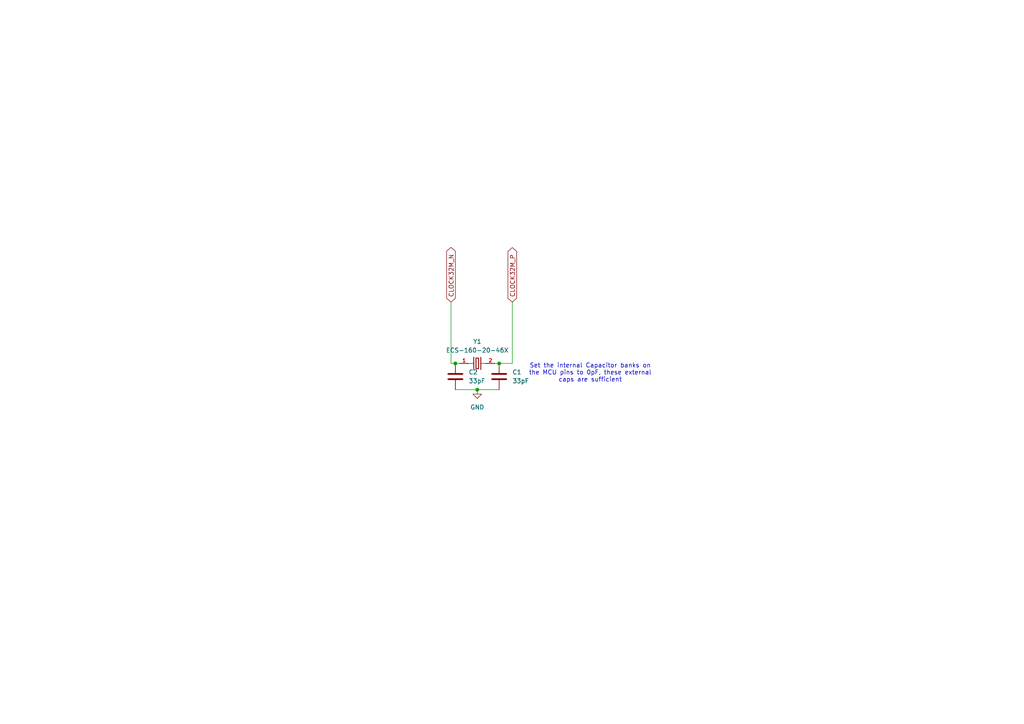
<source format=kicad_sch>
(kicad_sch (version 20250114) (generator "eeschema") (generator_version "9.0")
  (paper "A4")
  (title_block (title "ShamanLink Crystals") (date "2025-10-16"))
  (lib_symbols
    (symbol "Crystal16M:ECS-160-20-46X" (pin_names (offset 1.016))
      (property "Reference" "Y" (at -5.0925 2.5463 0))
      (property "Value" "ECS-160-20-46X" (at -5.0892 -4.3258 0))
      (symbol "ECS-160-20-46X_0_0"
        (polyline (pts (xy -2.54 0) (xy -1.016 0)) (stroke (width 0.1524)))
        (polyline (pts (xy -1.016 1.778) (xy -1.016 -1.778)) (stroke (width 0.254)))
        (polyline (pts (xy -0.381 1.524) (xy -0.381 -1.524)) (stroke (width 0.254)))
        (polyline (pts (xy -0.381 -1.524) (xy 0.381 -1.524)) (stroke (width 0.254)))
        (polyline (pts (xy 0.381 1.524) (xy -0.381 1.524)) (stroke (width 0.254)))
        (polyline (pts (xy 0.381 -1.524) (xy 0.381 1.524)) (stroke (width 0.254)))
        (polyline (pts (xy 1.016 1.778) (xy 1.016 -1.778)) (stroke (width 0.254)))
        (polyline (pts (xy 1.016 0) (xy 2.54 0)) (stroke (width 0.1524)))
        (pin passive line (at -5.08 0 0) (length 2.54) (name "~") (number "1"))
        (pin passive line (at 5.08 0 180) (length 2.54) (name "~") (number "2"))
      )
    )
    (symbol "Device:C" (pin_numbers (hide yes)) (pin_names (offset 0.254))
      (property "Reference" "C" (at 0.635 2.54 0))
      (property "Value" "C" (at 0.635 -2.54 0))
      (symbol "C_0_1"
        (polyline (pts (xy -2.032 0.762) (xy 2.032 0.762)) (stroke (width 0.508)))
        (polyline (pts (xy -2.032 -0.762) (xy 2.032 -0.762)) (stroke (width 0.508)))
      )
      (symbol "C_1_1"
        (pin passive line (at 0 3.81 270) (length 2.794) (name "~") (number "1"))
        (pin passive line (at 0 -3.81 90) (length 2.794) (name "~") (number "2"))
      )
    )
    (symbol "power:GND" (power) (pin_numbers (hide yes)) (pin_names (offset 0) (hide yes))
      (property "Value" "GND" (at 0 -3.81 0))
      (symbol "GND_0_1"
        (polyline (pts (xy 0 0) (xy 0 -1.27) (xy 1.27 -1.27) (xy 0 -2.54) (xy -1.27 -1.27) (xy 0 -1.27)))
      )
      (symbol "GND_1_1"
        (pin power_in line (at 0 0 270) (length 0) (name "~") (number "1"))
      )
    )
  )
  (text "Set the internal Capacitor banks on\nthe MCU pins to 0pF, these external\ncaps are sufficient" (at 171.196 108.204 0) (effects (font (size 1.27 1.27))))
  (junction (at 144.78 105.41))
  (junction (at 132.08 105.41))
  (junction (at 138.43 113.03))
  (wire (pts (xy 130.81 105.41) (xy 132.08 105.41)))
  (wire (pts (xy 132.08 113.03) (xy 138.43 113.03)))
  (wire (pts (xy 148.59 87.63) (xy 148.59 105.41)))
  (wire (pts (xy 143.51 105.41) (xy 144.78 105.41)))
  (wire (pts (xy 138.43 113.03) (xy 144.78 113.03)))
  (wire (pts (xy 130.81 87.63) (xy 130.81 105.41)))
  (wire (pts (xy 144.78 105.41) (xy 148.59 105.41)))
  (wire (pts (xy 132.08 105.41) (xy 133.35 105.41)))
  (global_label "CLOCK32M_P" (shape bidirectional) (at 148.59 87.63 90) (property "Intersheetrefs" "${INTERSHEET_REFS}" (effects (hide yes))))
  (global_label "CLOCK32M_N" (shape bidirectional) (at 130.81 87.63 90) (property "Intersheetrefs" "${INTERSHEET_REFS}" (effects (hide yes))))
  (symbol (lib_id "power:GND") (at 138.43 113.03 0) (unit 1)
    (property "Reference" "#PWR01" (effects (hide yes)))
    (property "Value" "GND" (at 138.43 118.11 0))
    (property "Description" "Power symbol creates a global label with name \"GND\" , ground" (effects (hide yes)))
  )
  (symbol (lib_id "Device:C") (at 144.78 109.22 0) (unit 1)
    (property "Reference" "C1" (at 148.59 107.9499 0) (effects (justify left)))
    (property "Value" "33pF" (at 148.59 110.4899 0) (effects (justify left)))
    (property "Footprint" "Capacitor_SMD:C_0805_2012Metric_Pad1.18x1.45mm_HandSolder" (effects (hide yes)))
    (property "Description" "Unpolarized capacitor" (effects (hide yes)))
  )
  (symbol (lib_id "Device:C") (at 132.08 109.22 0) (unit 1)
    (property "Reference" "C2" (at 135.89 107.9499 0) (effects (justify left)))
    (property "Value" "33pF" (at 135.89 110.4899 0) (effects (justify left)))
    (property "Footprint" "Capacitor_SMD:C_0805_2012Metric_Pad1.18x1.45mm_HandSolder" (effects (hide yes)))
    (property "Description" "Unpolarized capacitor" (effects (hide yes)))
  )
  (symbol (lib_id "Crystal16M:ECS-160-20-46X") (at 138.43 105.41 0) (unit 1)
    (property "Reference" "Y1" (at 138.43 99.06 0))
    (property "Value" "ECS-160-20-46X" (at 138.43 101.6 0))
    (property "Footprint" "Crystal16M:XTAL_ECS-160-20-46X" (effects (hide yes)))
  )
)
</source>
